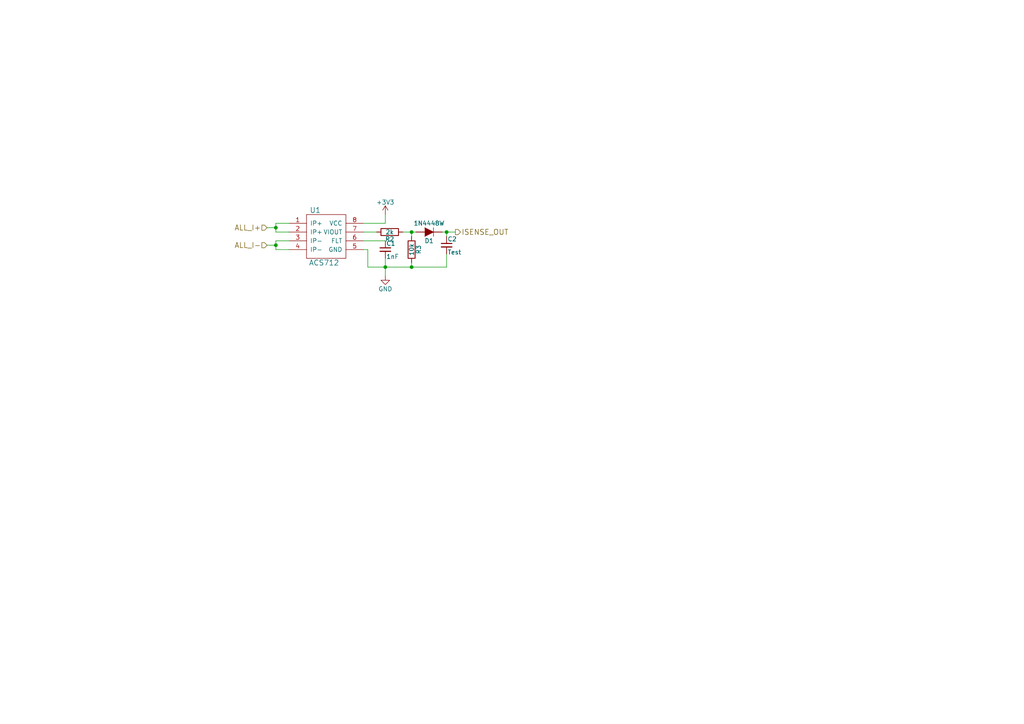
<source format=kicad_sch>
(kicad_sch (version 20230121) (generator eeschema)
  (paper "A4")
  (lib_symbols
    (symbol "ACS712_Testing-rescue:+3V3" (power) (pin_names (offset 0))
      (property "Value" "+3V3" (at 0 3.556 0))
      (symbol "+3V3_0_1"
        (polyline (pts (xy -0.762 1.27) (xy 0 2.54)))
        (polyline (pts (xy 0 0) (xy 0 2.54)))
        (polyline (pts (xy 0 2.54) (xy 0.762 1.27)))
      )
      (symbol "+3V3_1_1"
        (pin power_in line (at 0 0 90) (length 0) hide (name "+3V3") (number "1"))
      )
    )
    (symbol "ACS712_Testing-rescue:ACS712" (pin_names (offset 1.016))
      (property "Reference" "U" (at -2.54 7.62 0))
      (property "Value" "ACS712" (at 0 -7.62 0))
      (symbol "ACS712_0_1"
        (rectangle (start -5.08 6.35) (end 6.35 -6.35))
      )
      (symbol "ACS712_1_1"
        (pin input line (at -10.16 3.81 0) (length 5.08) (name "IP+") (number "1"))
        (pin input line (at -10.16 1.27 0) (length 5.08) (name "IP+") (number "2"))
        (pin input line (at -10.16 -1.27 0) (length 5.08) (name "IP-") (number "3"))
        (pin input line (at -10.16 -3.81 0) (length 5.08) (name "IP-") (number "4"))
        (pin input line (at 11.43 -3.81 180) (length 5.08) (name "GND") (number "5"))
        (pin input line (at 11.43 -1.27 180) (length 5.08) (name "FLT") (number "6"))
        (pin input line (at 11.43 1.27 180) (length 5.08) (name "VIOUT") (number "7"))
        (pin input line (at 11.43 3.81 180) (length 5.08) (name "VCC") (number "8"))
      )
    )
    (symbol "ACS712_Testing-rescue:C_Small" (pin_numbers hide) (pin_names (offset 0.254) hide)
      (property "Reference" "C" (at 0.254 1.778 0))
      (property "Value" "C_Small" (at 0.254 -2.032 0))
      (symbol "C_Small_0_1"
        (polyline (pts (xy -1.524 -0.508) (xy 1.524 -0.508)) (stroke (width 0.3302)))
        (polyline (pts (xy -1.524 0.508) (xy 1.524 0.508)) (stroke (width 0.3048)))
      )
      (symbol "C_Small_1_1"
        (pin passive line (at 0 2.54 270) (length 1.905) (name "~") (number "1"))
        (pin passive line (at 0 -2.54 90) (length 2.032) (name "~") (number "2"))
      )
    )
    (symbol "ACS712_Testing-rescue:D" (pin_numbers hide) (pin_names (offset 1.016) hide)
      (property "Reference" "D" (at 0 2.54 0))
      (property "Value" "D" (at 0 -2.54 0))
      (symbol "D_0_1"
        (polyline (pts (xy -1.27 1.27) (xy -1.27 -1.27)) (stroke (width 0.1524)))
        (polyline (pts (xy 1.27 1.27) (xy -1.27 0) (xy 1.27 -1.27)) (fill (type outline)))
      )
      (symbol "D_1_1"
        (pin passive line (at -3.81 0 0) (length 2.54) (name "K") (number "1"))
        (pin passive line (at 3.81 0 180) (length 2.54) (name "A") (number "2"))
      )
    )
    (symbol "ACS712_Testing-rescue:GND" (power) (pin_names (offset 0))
      (property "Value" "GND" (at 0 -3.81 0))
      (symbol "GND_0_1"
        (polyline (pts (xy 0 0) (xy 0 -1.27) (xy 1.27 -1.27) (xy 0 -2.54) (xy -1.27 -1.27) (xy 0 -1.27)))
      )
      (symbol "GND_1_1"
        (pin power_in line (at 0 0 270) (length 0) hide (name "GND") (number "1"))
      )
    )
    (symbol "ACS712_Testing-rescue:R" (pin_numbers hide) (pin_names (offset 0))
      (property "Reference" "R" (at 2.032 0 90))
      (property "Value" "R" (at 0 0 90))
      (symbol "R_0_1"
        (rectangle (start -1.016 -2.54) (end 1.016 2.54) (stroke (width 0.254)))
      )
      (symbol "R_1_1"
        (pin passive line (at 0 3.81 270) (length 1.27) (name "~") (number "1"))
        (pin passive line (at 0 -3.81 90) (length 1.27) (name "~") (number "2"))
      )
    )
  )
  (junction (at 111.76 77.47))
  (junction (at 129.54 67.31))
  (junction (at 119.38 67.31))
  (junction (at 119.38 77.47))
  (junction (at 80.01 71.12))
  (junction (at 80.01 66.04))
  (wire (pts (xy 80.01 72.39) (xy 83.82 72.39)))
  (wire (pts (xy 80.01 71.12) (xy 77.47 71.12)))
  (wire (pts (xy 119.38 77.47) (xy 119.38 76.2)))
  (wire (pts (xy 77.47 66.04) (xy 80.01 66.04)))
  (wire (pts (xy 80.01 64.77) (xy 83.82 64.77)))
  (wire (pts (xy 80.01 71.12) (xy 80.01 72.39)))
  (wire (pts (xy 80.01 67.31) (xy 83.82 67.31)))
  (wire (pts (xy 111.76 77.47) (xy 111.76 80.01)))
  (wire (pts (xy 106.68 77.47) (xy 111.76 77.47)))
  (wire (pts (xy 80.01 64.77) (xy 80.01 66.04)))
  (wire (pts (xy 111.76 69.85) (xy 105.41 69.85)))
  (wire (pts (xy 128.27 67.31) (xy 129.54 67.31)))
  (wire (pts (xy 83.82 69.85) (xy 80.01 69.85)))
  (wire (pts (xy 80.01 69.85) (xy 80.01 71.12)))
  (wire (pts (xy 129.54 67.31) (xy 132.08 67.31)))
  (wire (pts (xy 111.76 74.93) (xy 111.76 77.47)))
  (wire (pts (xy 105.41 72.39) (xy 106.68 72.39)))
  (wire (pts (xy 129.54 77.47) (xy 129.54 73.66)))
  (wire (pts (xy 111.76 62.23) (xy 111.76 64.77)))
  (wire (pts (xy 119.38 77.47) (xy 129.54 77.47)))
  (wire (pts (xy 106.68 72.39) (xy 106.68 77.47)))
  (wire (pts (xy 111.76 64.77) (xy 105.41 64.77)))
  (wire (pts (xy 116.84 67.31) (xy 119.38 67.31)))
  (wire (pts (xy 80.01 66.04) (xy 80.01 67.31)))
  (wire (pts (xy 129.54 68.58) (xy 129.54 67.31)))
  (wire (pts (xy 105.41 67.31) (xy 109.22 67.31)))
  (wire (pts (xy 111.76 77.47) (xy 119.38 77.47)))
  (wire (pts (xy 119.38 67.31) (xy 119.38 68.58)))
  (wire (pts (xy 119.38 67.31) (xy 120.65 67.31)))
  (hierarchical_label "ISENSE_OUT" (shape output) (at 132.08 67.31 0) (effects (font (size 1.524 1.524))))
  (hierarchical_label "ALL_I-" (shape input) (at 77.47 71.12 180) (effects (font (size 1.524 1.524))))
  (hierarchical_label "ALL_I+" (shape input) (at 77.47 66.04 180) (effects (font (size 1.524 1.524))))
  (symbol (lib_id "ACS712_Testing-rescue:+3V3") (at 111.76 62.23 0) (unit 1)
    (property "Reference" "#PWR03" (effects hide))
    (property "Value" "+3V3" (at 111.76 58.674 0))
  )
  (symbol (lib_id "ACS712_Testing-rescue:GND") (at 111.76 80.01 0) (unit 1)
    (property "Reference" "#PWR04" (effects hide))
    (property "Value" "GND" (at 111.76 83.82 0))
  )
  (symbol (lib_id "ACS712_Testing-rescue:ACS712") (at 93.98 68.58 0) (unit 1)
    (property "Reference" "U1" (at 91.44 60.96 0) (effects (font (size 1.524 1.524))))
    (property "Value" "ACS712" (at 93.98 76.2 0) (effects (font (size 1.524 1.524))))
    (property "Footprint" "Housings_SOIC:SOIC-8_3.9x4.9mm_Pitch1.27mm" (effects hide))
  )
  (symbol (lib_id "ACS712_Testing-rescue:C_Small") (at 111.76 72.39 0) (unit 1)
    (property "Reference" "C1" (at 112.014 70.612 0) (effects (justify left)))
    (property "Value" "1nF" (at 112.014 74.422 0) (effects (justify left)))
    (property "Footprint" "Capacitors_SMD:C_1210" (effects hide))
  )
  (symbol (lib_id "ACS712_Testing-rescue:R") (at 113.03 67.31 270) (unit 1)
    (property "Reference" "R2" (at 113.03 69.342 90))
    (property "Value" "2k" (at 113.03 67.31 90))
    (property "Footprint" "Resistors_SMD:R_0805_HandSoldering" (effects hide))
  )
  (symbol (lib_id "ACS712_Testing-rescue:R") (at 119.38 72.39 0) (unit 1)
    (property "Reference" "R3" (at 121.412 72.39 90))
    (property "Value" "10k" (at 119.38 72.39 90))
    (property "Footprint" "Resistors_SMD:R_0805_HandSoldering" (effects hide))
  )
  (symbol (lib_id "ACS712_Testing-rescue:D") (at 124.46 67.31 180) (unit 1)
    (property "Reference" "D1" (at 124.46 69.85 0))
    (property "Value" "1N4448W" (at 124.46 64.77 0))
    (property "Footprint" "Diodes_SMD:D_SOD-123" (effects hide))
  )
  (symbol (lib_id "ACS712_Testing-rescue:C_Small") (at 129.54 71.12 0) (unit 1)
    (property "Reference" "C2" (at 129.794 69.342 0) (effects (justify left)))
    (property "Value" "Test" (at 129.794 73.152 0) (effects (justify left)))
    (property "Footprint" "Capacitors_SMD:C_1210" (effects hide))
  )
)
</source>
